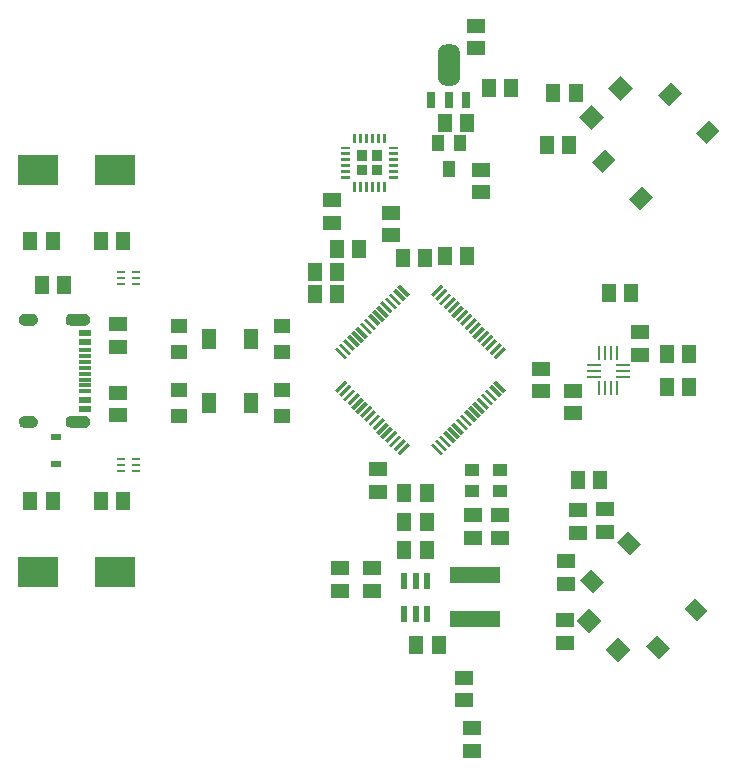
<source format=gbr>
G04 EAGLE Gerber RS-274X export*
G75*
%MOMM*%
%FSLAX34Y34*%
%LPD*%
%INSolderpaste Top*%
%IPPOS*%
%AMOC8*
5,1,8,0,0,1.08239X$1,22.5*%
G01*
%ADD10R,1.300000X1.500000*%
%ADD11R,1.500000X1.300000*%
%ADD12R,0.250000X1.250000*%
%ADD13R,1.250000X0.250000*%
%ADD14R,1.200000X1.800000*%
%ADD15R,1.400000X1.200000*%
%ADD16R,1.000000X0.300000*%
%ADD17R,1.000000X0.600000*%
%ADD18R,1.600000X1.300000*%
%ADD19R,1.300000X1.600000*%
%ADD20R,3.500000X2.500000*%
%ADD21R,0.550000X1.350000*%
%ADD22R,4.200000X1.400000*%
%ADD23R,1.000000X1.400000*%
%ADD24R,0.800000X1.400000*%
%ADD25R,1.500000X1.500000*%
%ADD26R,0.830000X0.630000*%
%ADD27R,1.200000X1.100000*%
%ADD28R,1.300000X1.550000*%
%ADD29R,1.193800X0.304800*%
%ADD30R,0.800000X0.270000*%

G36*
X377958Y641492D02*
X377958Y641492D01*
X378262Y641503D01*
X378317Y641512D01*
X378374Y641515D01*
X378674Y641565D01*
X378974Y641610D01*
X379029Y641625D01*
X379085Y641634D01*
X379378Y641718D01*
X379671Y641796D01*
X379723Y641816D01*
X379778Y641832D01*
X380059Y641947D01*
X380343Y642057D01*
X380393Y642083D01*
X380445Y642104D01*
X380712Y642250D01*
X380981Y642391D01*
X381028Y642423D01*
X381078Y642450D01*
X381327Y642624D01*
X381579Y642794D01*
X381622Y642830D01*
X381668Y642863D01*
X381897Y643063D01*
X382129Y643260D01*
X382167Y643301D01*
X382210Y643339D01*
X382414Y643563D01*
X382623Y643785D01*
X382657Y643830D01*
X382695Y643872D01*
X382873Y644118D01*
X383056Y644361D01*
X383085Y644409D01*
X383118Y644455D01*
X383268Y644719D01*
X383423Y644981D01*
X383446Y645033D01*
X383474Y645082D01*
X383594Y645361D01*
X383719Y645638D01*
X383736Y645692D01*
X383759Y645744D01*
X383847Y646035D01*
X383940Y646324D01*
X383952Y646380D01*
X383968Y646434D01*
X384024Y646732D01*
X384084Y647031D01*
X384088Y647078D01*
X384100Y647142D01*
X384152Y647861D01*
X384150Y647927D01*
X384153Y647974D01*
X384153Y669724D01*
X384136Y670028D01*
X384125Y670332D01*
X384116Y670387D01*
X384113Y670444D01*
X384063Y670744D01*
X384018Y671044D01*
X384003Y671099D01*
X383994Y671155D01*
X383910Y671448D01*
X383832Y671741D01*
X383812Y671793D01*
X383796Y671848D01*
X383681Y672129D01*
X383571Y672413D01*
X383545Y672463D01*
X383524Y672515D01*
X383378Y672782D01*
X383237Y673051D01*
X383205Y673098D01*
X383178Y673148D01*
X383004Y673397D01*
X382834Y673649D01*
X382798Y673692D01*
X382765Y673738D01*
X382565Y673967D01*
X382368Y674199D01*
X382327Y674237D01*
X382289Y674280D01*
X382065Y674484D01*
X381843Y674693D01*
X381798Y674727D01*
X381756Y674765D01*
X381511Y674943D01*
X381267Y675126D01*
X381219Y675155D01*
X381173Y675188D01*
X380909Y675338D01*
X380647Y675493D01*
X380595Y675516D01*
X380546Y675544D01*
X380267Y675664D01*
X379990Y675789D01*
X379936Y675806D01*
X379884Y675829D01*
X379593Y675917D01*
X379304Y676010D01*
X379248Y676022D01*
X379194Y676038D01*
X378896Y676094D01*
X378597Y676154D01*
X378550Y676158D01*
X378486Y676170D01*
X377767Y676222D01*
X377701Y676220D01*
X377654Y676223D01*
X372404Y676223D01*
X372100Y676206D01*
X371796Y676195D01*
X371741Y676186D01*
X371684Y676183D01*
X371384Y676133D01*
X371084Y676088D01*
X371029Y676073D01*
X370974Y676064D01*
X370680Y675980D01*
X370387Y675902D01*
X370335Y675882D01*
X370280Y675866D01*
X369999Y675751D01*
X369715Y675641D01*
X369665Y675615D01*
X369613Y675594D01*
X369346Y675448D01*
X369077Y675307D01*
X369030Y675275D01*
X368980Y675248D01*
X368731Y675074D01*
X368479Y674904D01*
X368436Y674868D01*
X368390Y674835D01*
X368161Y674635D01*
X367929Y674438D01*
X367891Y674397D01*
X367848Y674359D01*
X367644Y674135D01*
X367435Y673913D01*
X367401Y673868D01*
X367363Y673826D01*
X367185Y673581D01*
X367002Y673337D01*
X366973Y673289D01*
X366940Y673243D01*
X366790Y672979D01*
X366635Y672717D01*
X366612Y672665D01*
X366584Y672616D01*
X366464Y672337D01*
X366339Y672060D01*
X366322Y672006D01*
X366299Y671954D01*
X366211Y671663D01*
X366118Y671374D01*
X366106Y671318D01*
X366090Y671264D01*
X366034Y670966D01*
X365974Y670667D01*
X365970Y670620D01*
X365958Y670556D01*
X365906Y669837D01*
X365908Y669771D01*
X365905Y669724D01*
X365905Y647974D01*
X365922Y647670D01*
X365933Y647366D01*
X365942Y647311D01*
X365945Y647254D01*
X365995Y646954D01*
X366040Y646654D01*
X366055Y646599D01*
X366064Y646544D01*
X366148Y646250D01*
X366226Y645957D01*
X366246Y645905D01*
X366262Y645850D01*
X366377Y645569D01*
X366487Y645285D01*
X366513Y645235D01*
X366534Y645183D01*
X366680Y644916D01*
X366821Y644647D01*
X366853Y644600D01*
X366880Y644550D01*
X367054Y644301D01*
X367224Y644049D01*
X367260Y644006D01*
X367293Y643960D01*
X367493Y643731D01*
X367690Y643499D01*
X367731Y643461D01*
X367769Y643418D01*
X367993Y643214D01*
X368215Y643005D01*
X368260Y642971D01*
X368302Y642933D01*
X368548Y642755D01*
X368791Y642572D01*
X368839Y642543D01*
X368885Y642510D01*
X369149Y642360D01*
X369411Y642205D01*
X369463Y642182D01*
X369512Y642154D01*
X369791Y642034D01*
X370068Y641909D01*
X370122Y641892D01*
X370174Y641869D01*
X370465Y641781D01*
X370754Y641688D01*
X370810Y641676D01*
X370864Y641660D01*
X371162Y641604D01*
X371461Y641544D01*
X371508Y641540D01*
X371572Y641528D01*
X372291Y641476D01*
X372357Y641478D01*
X372404Y641475D01*
X377654Y641475D01*
X377958Y641492D01*
G37*
G36*
X66805Y351754D02*
X66805Y351754D01*
X66808Y351751D01*
X67903Y351931D01*
X67909Y351937D01*
X67914Y351934D01*
X68942Y352353D01*
X68946Y352360D01*
X68951Y352358D01*
X69860Y352996D01*
X69863Y353003D01*
X69868Y353003D01*
X70612Y353826D01*
X70613Y353834D01*
X70619Y353835D01*
X71161Y354803D01*
X71160Y354812D01*
X71166Y354814D01*
X71479Y355878D01*
X71476Y355886D01*
X71481Y355889D01*
X71549Y356997D01*
X71545Y357004D01*
X71549Y357007D01*
X71379Y358115D01*
X71373Y358121D01*
X71376Y358126D01*
X70964Y359168D01*
X70957Y359172D01*
X70959Y359177D01*
X70325Y360102D01*
X70317Y360104D01*
X70318Y360110D01*
X69495Y360870D01*
X69486Y360871D01*
X69486Y360877D01*
X68514Y361434D01*
X68506Y361433D01*
X68504Y361439D01*
X67432Y361766D01*
X67424Y361763D01*
X67421Y361768D01*
X66304Y361849D01*
X66301Y361848D01*
X66300Y361849D01*
X54300Y361849D01*
X54297Y361847D01*
X54290Y361847D01*
X54289Y361848D01*
X53345Y361629D01*
X53339Y361623D01*
X53334Y361625D01*
X52462Y361202D01*
X52459Y361194D01*
X52453Y361196D01*
X51697Y360589D01*
X51695Y360581D01*
X51689Y360581D01*
X51088Y359821D01*
X51088Y359812D01*
X51082Y359811D01*
X50664Y358936D01*
X50666Y358928D01*
X50661Y358926D01*
X50449Y357980D01*
X50452Y357973D01*
X50447Y357969D01*
X50451Y357000D01*
X50451Y356999D01*
X50470Y355931D01*
X50475Y355924D01*
X50471Y355920D01*
X50727Y354883D01*
X50734Y354878D01*
X50731Y354872D01*
X51212Y353918D01*
X51219Y353915D01*
X51218Y353909D01*
X51899Y353086D01*
X51907Y353084D01*
X51907Y353078D01*
X52754Y352427D01*
X52762Y352427D01*
X52763Y352421D01*
X53734Y351974D01*
X53742Y351976D01*
X53744Y351971D01*
X54790Y351752D01*
X54797Y351755D01*
X54800Y351751D01*
X66800Y351751D01*
X66805Y351754D01*
G37*
G36*
X66805Y438155D02*
X66805Y438155D01*
X66808Y438151D01*
X67914Y438344D01*
X67919Y438349D01*
X67919Y438350D01*
X67924Y438347D01*
X68959Y438780D01*
X68963Y438787D01*
X68968Y438785D01*
X69881Y439438D01*
X69883Y439446D01*
X69889Y439445D01*
X70633Y440284D01*
X70634Y440293D01*
X70639Y440293D01*
X71178Y441277D01*
X71177Y441285D01*
X71178Y441286D01*
X71182Y441287D01*
X71183Y441289D01*
X71365Y441930D01*
X71489Y442366D01*
X71487Y442371D01*
X71489Y442373D01*
X71487Y442375D01*
X71491Y442377D01*
X71549Y443497D01*
X71546Y443502D01*
X71549Y443506D01*
X71431Y444551D01*
X71425Y444557D01*
X71429Y444562D01*
X71081Y445556D01*
X71074Y445560D01*
X71076Y445565D01*
X70516Y446457D01*
X70509Y446460D01*
X70509Y446465D01*
X69765Y447209D01*
X69757Y447211D01*
X69757Y447216D01*
X68865Y447776D01*
X68857Y447776D01*
X68856Y447781D01*
X67862Y448129D01*
X67854Y448126D01*
X67851Y448131D01*
X66806Y448249D01*
X66802Y448247D01*
X66800Y448249D01*
X54800Y448249D01*
X54797Y448247D01*
X54794Y448247D01*
X54792Y448249D01*
X53796Y448091D01*
X53790Y448085D01*
X53785Y448088D01*
X52849Y447713D01*
X52845Y447706D01*
X52839Y447708D01*
X52010Y447134D01*
X52007Y447126D01*
X52002Y447127D01*
X51321Y446383D01*
X51320Y446374D01*
X51314Y446374D01*
X50816Y445497D01*
X50817Y445489D01*
X50812Y445486D01*
X50624Y444862D01*
X50521Y444521D01*
X50522Y444518D01*
X50521Y444517D01*
X50524Y444513D01*
X50519Y444510D01*
X50451Y443503D01*
X50452Y443501D01*
X50451Y443500D01*
X50460Y442419D01*
X50465Y442412D01*
X50461Y442408D01*
X50711Y441356D01*
X50717Y441351D01*
X50714Y441346D01*
X51191Y440376D01*
X51199Y440373D01*
X51197Y440367D01*
X51878Y439528D01*
X51886Y439526D01*
X51886Y439520D01*
X52737Y438854D01*
X52745Y438853D01*
X52746Y438848D01*
X53723Y438387D01*
X53731Y438389D01*
X53734Y438384D01*
X54789Y438152D01*
X54797Y438155D01*
X54800Y438151D01*
X66800Y438151D01*
X66805Y438155D01*
G37*
G36*
X22004Y351754D02*
X22004Y351754D01*
X22006Y351751D01*
X23139Y351901D01*
X23145Y351907D01*
X23150Y351904D01*
X24220Y352302D01*
X24224Y352309D01*
X24230Y352307D01*
X25185Y352934D01*
X25188Y352942D01*
X25193Y352941D01*
X25985Y353764D01*
X25986Y353772D01*
X25992Y353773D01*
X26581Y354752D01*
X26580Y354760D01*
X26585Y354762D01*
X26941Y355847D01*
X26939Y355855D01*
X26943Y355858D01*
X27049Y356995D01*
X27044Y357004D01*
X27048Y357009D01*
X26841Y358146D01*
X26835Y358152D01*
X26838Y358157D01*
X26383Y359219D01*
X26376Y359223D01*
X26378Y359229D01*
X25698Y360164D01*
X25690Y360166D01*
X25691Y360172D01*
X24820Y360932D01*
X24812Y360932D01*
X24811Y360938D01*
X23792Y361485D01*
X23784Y361484D01*
X23782Y361489D01*
X22668Y361796D01*
X22660Y361793D01*
X22657Y361798D01*
X21502Y361849D01*
X21501Y361848D01*
X21500Y361849D01*
X15500Y361849D01*
X15497Y361847D01*
X15492Y361847D01*
X15491Y361848D01*
X14410Y361636D01*
X14405Y361630D01*
X14400Y361633D01*
X13394Y361186D01*
X13390Y361179D01*
X13384Y361181D01*
X12503Y360521D01*
X12500Y360513D01*
X12495Y360513D01*
X11782Y359674D01*
X11782Y359666D01*
X11776Y359665D01*
X11268Y358688D01*
X11269Y358680D01*
X11264Y358678D01*
X10986Y357613D01*
X10989Y357605D01*
X10985Y357602D01*
X10951Y356502D01*
X10955Y356496D01*
X10951Y356493D01*
X11106Y355418D01*
X11112Y355412D01*
X11109Y355407D01*
X11499Y354393D01*
X11506Y354389D01*
X11505Y354383D01*
X12111Y353481D01*
X12119Y353479D01*
X12118Y353473D01*
X12910Y352729D01*
X12918Y352728D01*
X12918Y352722D01*
X13856Y352173D01*
X13864Y352174D01*
X13866Y352168D01*
X14902Y351841D01*
X14910Y351844D01*
X14913Y351839D01*
X15996Y351751D01*
X15999Y351753D01*
X16000Y351751D01*
X22000Y351751D01*
X22004Y351754D01*
G37*
G36*
X22003Y438153D02*
X22003Y438153D01*
X22005Y438151D01*
X23097Y438252D01*
X23103Y438257D01*
X23108Y438254D01*
X24151Y438595D01*
X24156Y438602D01*
X24161Y438600D01*
X25102Y439164D01*
X25105Y439172D01*
X25111Y439171D01*
X25903Y439931D01*
X25904Y439939D01*
X25910Y439940D01*
X26513Y440857D01*
X26512Y440865D01*
X26518Y440867D01*
X26901Y441895D01*
X26899Y441903D01*
X26904Y441906D01*
X27049Y442994D01*
X27045Y443001D01*
X27049Y443005D01*
X26943Y444142D01*
X26938Y444148D01*
X26941Y444153D01*
X26585Y445238D01*
X26578Y445243D01*
X26581Y445248D01*
X25992Y446227D01*
X25984Y446230D01*
X25985Y446236D01*
X25193Y447059D01*
X25185Y447060D01*
X25185Y447066D01*
X24230Y447693D01*
X24222Y447692D01*
X24220Y447698D01*
X23150Y448096D01*
X23142Y448094D01*
X23139Y448099D01*
X22006Y448249D01*
X22003Y448247D01*
X22002Y448247D01*
X22000Y448249D01*
X16000Y448249D01*
X15997Y448247D01*
X15995Y448247D01*
X15994Y448249D01*
X14861Y448099D01*
X14855Y448093D01*
X14850Y448096D01*
X13780Y447698D01*
X13776Y447691D01*
X13770Y447693D01*
X12815Y447066D01*
X12812Y447058D01*
X12807Y447059D01*
X12015Y446236D01*
X12014Y446228D01*
X12008Y446227D01*
X11419Y445248D01*
X11420Y445240D01*
X11415Y445238D01*
X11059Y444153D01*
X11062Y444145D01*
X11057Y444142D01*
X10951Y443005D01*
X10955Y442998D01*
X10951Y442994D01*
X11096Y441906D01*
X11102Y441900D01*
X11099Y441895D01*
X11483Y440867D01*
X11489Y440862D01*
X11488Y440857D01*
X12090Y439940D01*
X12098Y439937D01*
X12097Y439931D01*
X12889Y439171D01*
X12897Y439170D01*
X12898Y439164D01*
X13839Y438600D01*
X13847Y438601D01*
X13849Y438595D01*
X14892Y438254D01*
X14900Y438256D01*
X14903Y438252D01*
X15996Y438151D01*
X15998Y438153D01*
X16000Y438151D01*
X22000Y438151D01*
X22003Y438153D01*
G37*
G36*
X305413Y565449D02*
X305413Y565449D01*
X305479Y565451D01*
X305522Y565469D01*
X305569Y565477D01*
X305626Y565511D01*
X305686Y565536D01*
X305721Y565567D01*
X305762Y565592D01*
X305804Y565643D01*
X305852Y565687D01*
X305874Y565729D01*
X305903Y565766D01*
X305924Y565828D01*
X305955Y565887D01*
X305963Y565941D01*
X305975Y565978D01*
X305974Y566018D01*
X305982Y566072D01*
X305982Y573572D01*
X305971Y573637D01*
X305969Y573703D01*
X305951Y573746D01*
X305943Y573793D01*
X305909Y573850D01*
X305884Y573910D01*
X305853Y573945D01*
X305828Y573986D01*
X305777Y574028D01*
X305733Y574076D01*
X305691Y574098D01*
X305654Y574127D01*
X305592Y574148D01*
X305533Y574179D01*
X305479Y574187D01*
X305442Y574199D01*
X305402Y574198D01*
X305348Y574206D01*
X297848Y574206D01*
X297783Y574195D01*
X297717Y574193D01*
X297674Y574175D01*
X297627Y574167D01*
X297570Y574133D01*
X297510Y574108D01*
X297475Y574077D01*
X297434Y574052D01*
X297393Y574001D01*
X297344Y573957D01*
X297322Y573915D01*
X297293Y573878D01*
X297272Y573816D01*
X297241Y573757D01*
X297233Y573703D01*
X297221Y573666D01*
X297222Y573626D01*
X297214Y573572D01*
X297214Y566072D01*
X297225Y566007D01*
X297227Y565941D01*
X297245Y565898D01*
X297253Y565851D01*
X297287Y565794D01*
X297312Y565734D01*
X297343Y565699D01*
X297368Y565658D01*
X297419Y565617D01*
X297463Y565568D01*
X297505Y565546D01*
X297542Y565517D01*
X297604Y565496D01*
X297663Y565465D01*
X297717Y565457D01*
X297754Y565445D01*
X297794Y565446D01*
X297848Y565438D01*
X305348Y565438D01*
X305413Y565449D01*
G37*
G36*
X317913Y565449D02*
X317913Y565449D01*
X317979Y565451D01*
X318022Y565469D01*
X318069Y565477D01*
X318126Y565511D01*
X318186Y565536D01*
X318221Y565567D01*
X318262Y565592D01*
X318304Y565643D01*
X318352Y565687D01*
X318374Y565729D01*
X318403Y565766D01*
X318424Y565828D01*
X318455Y565887D01*
X318463Y565941D01*
X318475Y565978D01*
X318474Y566018D01*
X318482Y566072D01*
X318482Y573572D01*
X318471Y573637D01*
X318469Y573703D01*
X318451Y573746D01*
X318443Y573793D01*
X318409Y573850D01*
X318384Y573910D01*
X318353Y573945D01*
X318328Y573986D01*
X318277Y574028D01*
X318233Y574076D01*
X318191Y574098D01*
X318154Y574127D01*
X318092Y574148D01*
X318033Y574179D01*
X317979Y574187D01*
X317942Y574199D01*
X317902Y574198D01*
X317848Y574206D01*
X310348Y574206D01*
X310283Y574195D01*
X310217Y574193D01*
X310174Y574175D01*
X310127Y574167D01*
X310070Y574133D01*
X310010Y574108D01*
X309975Y574077D01*
X309934Y574052D01*
X309893Y574001D01*
X309844Y573957D01*
X309822Y573915D01*
X309793Y573878D01*
X309772Y573816D01*
X309741Y573757D01*
X309733Y573703D01*
X309721Y573666D01*
X309722Y573626D01*
X309714Y573572D01*
X309714Y566072D01*
X309725Y566007D01*
X309727Y565941D01*
X309745Y565898D01*
X309753Y565851D01*
X309787Y565794D01*
X309812Y565734D01*
X309843Y565699D01*
X309868Y565658D01*
X309919Y565617D01*
X309963Y565568D01*
X310005Y565546D01*
X310042Y565517D01*
X310104Y565496D01*
X310163Y565465D01*
X310217Y565457D01*
X310254Y565445D01*
X310294Y565446D01*
X310348Y565438D01*
X317848Y565438D01*
X317913Y565449D01*
G37*
G36*
X317913Y577949D02*
X317913Y577949D01*
X317979Y577951D01*
X318022Y577969D01*
X318069Y577977D01*
X318126Y578011D01*
X318186Y578036D01*
X318221Y578067D01*
X318262Y578092D01*
X318304Y578143D01*
X318352Y578187D01*
X318374Y578229D01*
X318403Y578266D01*
X318424Y578328D01*
X318455Y578387D01*
X318463Y578441D01*
X318475Y578478D01*
X318474Y578518D01*
X318482Y578572D01*
X318482Y586072D01*
X318471Y586137D01*
X318469Y586203D01*
X318451Y586246D01*
X318443Y586293D01*
X318409Y586350D01*
X318384Y586410D01*
X318353Y586445D01*
X318328Y586486D01*
X318277Y586528D01*
X318233Y586576D01*
X318191Y586598D01*
X318154Y586627D01*
X318092Y586648D01*
X318033Y586679D01*
X317979Y586687D01*
X317942Y586699D01*
X317902Y586698D01*
X317848Y586706D01*
X310348Y586706D01*
X310283Y586695D01*
X310217Y586693D01*
X310174Y586675D01*
X310127Y586667D01*
X310070Y586633D01*
X310010Y586608D01*
X309975Y586577D01*
X309934Y586552D01*
X309893Y586501D01*
X309844Y586457D01*
X309822Y586415D01*
X309793Y586378D01*
X309772Y586316D01*
X309741Y586257D01*
X309733Y586203D01*
X309721Y586166D01*
X309722Y586126D01*
X309714Y586072D01*
X309714Y578572D01*
X309725Y578507D01*
X309727Y578441D01*
X309745Y578398D01*
X309753Y578351D01*
X309787Y578294D01*
X309812Y578234D01*
X309843Y578199D01*
X309868Y578158D01*
X309919Y578117D01*
X309963Y578068D01*
X310005Y578046D01*
X310042Y578017D01*
X310104Y577996D01*
X310163Y577965D01*
X310217Y577957D01*
X310254Y577945D01*
X310294Y577946D01*
X310348Y577938D01*
X317848Y577938D01*
X317913Y577949D01*
G37*
G36*
X305413Y577949D02*
X305413Y577949D01*
X305479Y577951D01*
X305522Y577969D01*
X305569Y577977D01*
X305626Y578011D01*
X305686Y578036D01*
X305721Y578067D01*
X305762Y578092D01*
X305804Y578143D01*
X305852Y578187D01*
X305874Y578229D01*
X305903Y578266D01*
X305924Y578328D01*
X305955Y578387D01*
X305963Y578441D01*
X305975Y578478D01*
X305974Y578518D01*
X305982Y578572D01*
X305982Y586072D01*
X305971Y586137D01*
X305969Y586203D01*
X305951Y586246D01*
X305943Y586293D01*
X305909Y586350D01*
X305884Y586410D01*
X305853Y586445D01*
X305828Y586486D01*
X305777Y586528D01*
X305733Y586576D01*
X305691Y586598D01*
X305654Y586627D01*
X305592Y586648D01*
X305533Y586679D01*
X305479Y586687D01*
X305442Y586699D01*
X305402Y586698D01*
X305348Y586706D01*
X297848Y586706D01*
X297783Y586695D01*
X297717Y586693D01*
X297674Y586675D01*
X297627Y586667D01*
X297570Y586633D01*
X297510Y586608D01*
X297475Y586577D01*
X297434Y586552D01*
X297393Y586501D01*
X297344Y586457D01*
X297322Y586415D01*
X297293Y586378D01*
X297272Y586316D01*
X297241Y586257D01*
X297233Y586203D01*
X297221Y586166D01*
X297222Y586126D01*
X297214Y586072D01*
X297214Y578572D01*
X297225Y578507D01*
X297227Y578441D01*
X297245Y578398D01*
X297253Y578351D01*
X297287Y578294D01*
X297312Y578234D01*
X297343Y578199D01*
X297368Y578158D01*
X297419Y578117D01*
X297463Y578068D01*
X297505Y578046D01*
X297542Y578017D01*
X297604Y577996D01*
X297663Y577965D01*
X297717Y577957D01*
X297754Y577945D01*
X297794Y577946D01*
X297848Y577938D01*
X305348Y577938D01*
X305413Y577949D01*
G37*
G36*
X332295Y587359D02*
X332295Y587359D01*
X332290Y587366D01*
X332297Y587372D01*
X332297Y589772D01*
X332261Y589819D01*
X332254Y589814D01*
X332248Y589821D01*
X324448Y589821D01*
X324401Y589785D01*
X324406Y589778D01*
X324399Y589772D01*
X324399Y587372D01*
X324435Y587325D01*
X324442Y587330D01*
X324448Y587323D01*
X332248Y587323D01*
X332295Y587359D01*
G37*
G36*
X291295Y587359D02*
X291295Y587359D01*
X291290Y587366D01*
X291297Y587372D01*
X291297Y589772D01*
X291261Y589819D01*
X291254Y589814D01*
X291248Y589821D01*
X283448Y589821D01*
X283401Y589785D01*
X283406Y589778D01*
X283399Y589772D01*
X283399Y587372D01*
X283435Y587325D01*
X283442Y587330D01*
X283448Y587323D01*
X291248Y587323D01*
X291295Y587359D01*
G37*
G36*
X332295Y582359D02*
X332295Y582359D01*
X332290Y582366D01*
X332297Y582372D01*
X332297Y584772D01*
X332261Y584819D01*
X332254Y584814D01*
X332248Y584821D01*
X324448Y584821D01*
X324401Y584785D01*
X324406Y584778D01*
X324399Y584772D01*
X324399Y582372D01*
X324435Y582325D01*
X324442Y582330D01*
X324448Y582323D01*
X332248Y582323D01*
X332295Y582359D01*
G37*
G36*
X291295Y582359D02*
X291295Y582359D01*
X291290Y582366D01*
X291297Y582372D01*
X291297Y584772D01*
X291261Y584819D01*
X291254Y584814D01*
X291248Y584821D01*
X283448Y584821D01*
X283401Y584785D01*
X283406Y584778D01*
X283399Y584772D01*
X283399Y582372D01*
X283435Y582325D01*
X283442Y582330D01*
X283448Y582323D01*
X291248Y582323D01*
X291295Y582359D01*
G37*
G36*
X332295Y577359D02*
X332295Y577359D01*
X332290Y577366D01*
X332297Y577372D01*
X332297Y579772D01*
X332261Y579819D01*
X332254Y579814D01*
X332248Y579821D01*
X324448Y579821D01*
X324401Y579785D01*
X324406Y579778D01*
X324399Y579772D01*
X324399Y577372D01*
X324435Y577325D01*
X324442Y577330D01*
X324448Y577323D01*
X332248Y577323D01*
X332295Y577359D01*
G37*
G36*
X291295Y577359D02*
X291295Y577359D01*
X291290Y577366D01*
X291297Y577372D01*
X291297Y579772D01*
X291261Y579819D01*
X291254Y579814D01*
X291248Y579821D01*
X283448Y579821D01*
X283401Y579785D01*
X283406Y579778D01*
X283399Y579772D01*
X283399Y577372D01*
X283435Y577325D01*
X283442Y577330D01*
X283448Y577323D01*
X291248Y577323D01*
X291295Y577359D01*
G37*
G36*
X291295Y572359D02*
X291295Y572359D01*
X291290Y572366D01*
X291297Y572372D01*
X291297Y574772D01*
X291261Y574819D01*
X291254Y574814D01*
X291248Y574821D01*
X283448Y574821D01*
X283401Y574785D01*
X283406Y574778D01*
X283399Y574772D01*
X283399Y572372D01*
X283435Y572325D01*
X283442Y572330D01*
X283448Y572323D01*
X291248Y572323D01*
X291295Y572359D01*
G37*
G36*
X306595Y592659D02*
X306595Y592659D01*
X306590Y592666D01*
X306597Y592672D01*
X306597Y600472D01*
X306561Y600519D01*
X306554Y600514D01*
X306548Y600521D01*
X304148Y600521D01*
X304101Y600485D01*
X304106Y600478D01*
X304099Y600472D01*
X304099Y592672D01*
X304135Y592625D01*
X304142Y592630D01*
X304148Y592623D01*
X306548Y592623D01*
X306595Y592659D01*
G37*
G36*
X301595Y592659D02*
X301595Y592659D01*
X301590Y592666D01*
X301597Y592672D01*
X301597Y600472D01*
X301561Y600519D01*
X301554Y600514D01*
X301548Y600521D01*
X299148Y600521D01*
X299101Y600485D01*
X299106Y600478D01*
X299099Y600472D01*
X299099Y592672D01*
X299135Y592625D01*
X299142Y592630D01*
X299148Y592623D01*
X301548Y592623D01*
X301595Y592659D01*
G37*
G36*
X296595Y592659D02*
X296595Y592659D01*
X296590Y592666D01*
X296597Y592672D01*
X296597Y600472D01*
X296561Y600519D01*
X296554Y600514D01*
X296548Y600521D01*
X294148Y600521D01*
X294101Y600485D01*
X294106Y600478D01*
X294099Y600472D01*
X294099Y592672D01*
X294135Y592625D01*
X294142Y592630D01*
X294148Y592623D01*
X296548Y592623D01*
X296595Y592659D01*
G37*
G36*
X332295Y567359D02*
X332295Y567359D01*
X332290Y567366D01*
X332297Y567372D01*
X332297Y569772D01*
X332261Y569819D01*
X332254Y569814D01*
X332248Y569821D01*
X324448Y569821D01*
X324401Y569785D01*
X324406Y569778D01*
X324399Y569772D01*
X324399Y567372D01*
X324435Y567325D01*
X324442Y567330D01*
X324448Y567323D01*
X332248Y567323D01*
X332295Y567359D01*
G37*
G36*
X291295Y567359D02*
X291295Y567359D01*
X291290Y567366D01*
X291297Y567372D01*
X291297Y569772D01*
X291261Y569819D01*
X291254Y569814D01*
X291248Y569821D01*
X283448Y569821D01*
X283401Y569785D01*
X283406Y569778D01*
X283399Y569772D01*
X283399Y567372D01*
X283435Y567325D01*
X283442Y567330D01*
X283448Y567323D01*
X291248Y567323D01*
X291295Y567359D01*
G37*
G36*
X291295Y562359D02*
X291295Y562359D01*
X291290Y562366D01*
X291297Y562372D01*
X291297Y564772D01*
X291261Y564819D01*
X291254Y564814D01*
X291248Y564821D01*
X283448Y564821D01*
X283401Y564785D01*
X283406Y564778D01*
X283399Y564772D01*
X283399Y562372D01*
X283435Y562325D01*
X283442Y562330D01*
X283448Y562323D01*
X291248Y562323D01*
X291295Y562359D01*
G37*
G36*
X332295Y562359D02*
X332295Y562359D01*
X332290Y562366D01*
X332297Y562372D01*
X332297Y564772D01*
X332261Y564819D01*
X332254Y564814D01*
X332248Y564821D01*
X324448Y564821D01*
X324401Y564785D01*
X324406Y564778D01*
X324399Y564772D01*
X324399Y562372D01*
X324435Y562325D01*
X324442Y562330D01*
X324448Y562323D01*
X332248Y562323D01*
X332295Y562359D01*
G37*
G36*
X316595Y551659D02*
X316595Y551659D01*
X316590Y551666D01*
X316597Y551672D01*
X316597Y559472D01*
X316561Y559519D01*
X316554Y559514D01*
X316548Y559521D01*
X314148Y559521D01*
X314101Y559485D01*
X314106Y559478D01*
X314099Y559472D01*
X314099Y551672D01*
X314135Y551625D01*
X314142Y551630D01*
X314148Y551623D01*
X316548Y551623D01*
X316595Y551659D01*
G37*
G36*
X301595Y551659D02*
X301595Y551659D01*
X301590Y551666D01*
X301597Y551672D01*
X301597Y559472D01*
X301561Y559519D01*
X301554Y559514D01*
X301548Y559521D01*
X299148Y559521D01*
X299101Y559485D01*
X299106Y559478D01*
X299099Y559472D01*
X299099Y551672D01*
X299135Y551625D01*
X299142Y551630D01*
X299148Y551623D01*
X301548Y551623D01*
X301595Y551659D01*
G37*
G36*
X296595Y551659D02*
X296595Y551659D01*
X296590Y551666D01*
X296597Y551672D01*
X296597Y559472D01*
X296561Y559519D01*
X296554Y559514D01*
X296548Y559521D01*
X294148Y559521D01*
X294101Y559485D01*
X294106Y559478D01*
X294099Y559472D01*
X294099Y551672D01*
X294135Y551625D01*
X294142Y551630D01*
X294148Y551623D01*
X296548Y551623D01*
X296595Y551659D01*
G37*
G36*
X311595Y551659D02*
X311595Y551659D01*
X311590Y551666D01*
X311597Y551672D01*
X311597Y559472D01*
X311561Y559519D01*
X311554Y559514D01*
X311548Y559521D01*
X309148Y559521D01*
X309101Y559485D01*
X309106Y559478D01*
X309099Y559472D01*
X309099Y551672D01*
X309135Y551625D01*
X309142Y551630D01*
X309148Y551623D01*
X311548Y551623D01*
X311595Y551659D01*
G37*
G36*
X306595Y551659D02*
X306595Y551659D01*
X306590Y551666D01*
X306597Y551672D01*
X306597Y559472D01*
X306561Y559519D01*
X306554Y559514D01*
X306548Y559521D01*
X304148Y559521D01*
X304101Y559485D01*
X304106Y559478D01*
X304099Y559472D01*
X304099Y551672D01*
X304135Y551625D01*
X304142Y551630D01*
X304148Y551623D01*
X306548Y551623D01*
X306595Y551659D01*
G37*
G36*
X321595Y551659D02*
X321595Y551659D01*
X321590Y551666D01*
X321597Y551672D01*
X321597Y559472D01*
X321561Y559519D01*
X321554Y559514D01*
X321548Y559521D01*
X319148Y559521D01*
X319101Y559485D01*
X319106Y559478D01*
X319099Y559472D01*
X319099Y551672D01*
X319135Y551625D01*
X319142Y551630D01*
X319148Y551623D01*
X321548Y551623D01*
X321595Y551659D01*
G37*
G36*
X321595Y592659D02*
X321595Y592659D01*
X321590Y592666D01*
X321597Y592672D01*
X321597Y600472D01*
X321561Y600519D01*
X321554Y600514D01*
X321548Y600521D01*
X319148Y600521D01*
X319101Y600485D01*
X319106Y600478D01*
X319099Y600472D01*
X319099Y592672D01*
X319135Y592625D01*
X319142Y592630D01*
X319148Y592623D01*
X321548Y592623D01*
X321595Y592659D01*
G37*
G36*
X311595Y592659D02*
X311595Y592659D01*
X311590Y592666D01*
X311597Y592672D01*
X311597Y600472D01*
X311561Y600519D01*
X311554Y600514D01*
X311548Y600521D01*
X309148Y600521D01*
X309101Y600485D01*
X309106Y600478D01*
X309099Y600472D01*
X309099Y592672D01*
X309135Y592625D01*
X309142Y592630D01*
X309148Y592623D01*
X311548Y592623D01*
X311595Y592659D01*
G37*
G36*
X316595Y592659D02*
X316595Y592659D01*
X316590Y592666D01*
X316597Y592672D01*
X316597Y600472D01*
X316561Y600519D01*
X316554Y600514D01*
X316548Y600521D01*
X314148Y600521D01*
X314101Y600485D01*
X314106Y600478D01*
X314099Y600472D01*
X314099Y592672D01*
X314135Y592625D01*
X314142Y592630D01*
X314148Y592623D01*
X316548Y592623D01*
X316595Y592659D01*
G37*
G36*
X332295Y572359D02*
X332295Y572359D01*
X332290Y572366D01*
X332297Y572372D01*
X332297Y574772D01*
X332261Y574819D01*
X332254Y574814D01*
X332248Y574821D01*
X324448Y574821D01*
X324401Y574785D01*
X324406Y574778D01*
X324399Y574772D01*
X324399Y572372D01*
X324435Y572325D01*
X324442Y572330D01*
X324448Y572323D01*
X332248Y572323D01*
X332295Y572359D01*
G37*
D10*
X336116Y495240D03*
X355116Y495240D03*
X477036Y591272D03*
X458036Y591272D03*
D11*
X484192Y281964D03*
X484192Y262964D03*
D10*
X99500Y510000D03*
X80500Y510000D03*
X39500Y510000D03*
X20500Y510000D03*
X99500Y290000D03*
X80500Y290000D03*
X39500Y290000D03*
X20500Y290000D03*
D12*
X502500Y385000D03*
X507500Y385000D03*
X512500Y385000D03*
X517500Y385000D03*
D13*
X522500Y395000D03*
X522500Y400000D03*
X522500Y405000D03*
D12*
X517500Y415000D03*
X512500Y415000D03*
X507500Y415000D03*
X502500Y415000D03*
D13*
X497500Y405000D03*
X497500Y400000D03*
X497500Y395000D03*
D14*
X207856Y426952D03*
D15*
X233856Y437952D03*
X233856Y415952D03*
D14*
X172144Y426952D03*
D15*
X146144Y415952D03*
X146144Y437952D03*
D14*
X207856Y373048D03*
D15*
X233856Y384048D03*
X233856Y362048D03*
D14*
X172144Y373048D03*
D15*
X146144Y362048D03*
X146144Y384048D03*
D16*
X66600Y392500D03*
X66600Y397500D03*
D17*
X66600Y367750D03*
X66600Y375500D03*
D16*
X66600Y382500D03*
X66600Y387500D03*
X66600Y407500D03*
X66600Y402500D03*
D17*
X66600Y432250D03*
X66600Y424500D03*
D16*
X66600Y417500D03*
X66600Y412500D03*
D18*
X387808Y120980D03*
X387808Y139980D03*
D19*
X484148Y307888D03*
X503148Y307888D03*
X529500Y466096D03*
X510500Y466096D03*
X427748Y639368D03*
X408748Y639368D03*
D18*
X394280Y97204D03*
X394280Y78204D03*
D19*
X559644Y386096D03*
X578644Y386096D03*
X559644Y413904D03*
X578644Y413904D03*
D18*
X398096Y672956D03*
X398096Y691956D03*
D10*
X261524Y483336D03*
X280524Y483336D03*
X261524Y464568D03*
X280524Y464568D03*
D20*
X92500Y570000D03*
X27500Y570000D03*
X92500Y230000D03*
X27500Y230000D03*
D21*
X356452Y221895D03*
X346952Y221895D03*
X337452Y221895D03*
X337452Y194393D03*
X346952Y194393D03*
X356452Y194393D03*
D10*
X366452Y168144D03*
X347452Y168144D03*
D11*
X310000Y213884D03*
X310000Y232884D03*
X283048Y213884D03*
X283048Y232884D03*
D10*
X337452Y272048D03*
X356452Y272048D03*
X337260Y296592D03*
X356260Y296592D03*
X337452Y248144D03*
X356452Y248144D03*
D22*
X396952Y189644D03*
X396952Y226644D03*
D19*
X371500Y609600D03*
X390500Y609600D03*
D23*
X374904Y571168D03*
X365404Y593168D03*
X384404Y593168D03*
D24*
X359914Y629414D03*
X389894Y629414D03*
X374904Y629424D03*
D18*
X402336Y570332D03*
X402336Y551332D03*
X506888Y263836D03*
X506888Y282836D03*
D11*
X473840Y219828D03*
X473840Y238828D03*
D25*
G36*
X507864Y163722D02*
X518470Y174328D01*
X529076Y163722D01*
X518470Y153116D01*
X507864Y163722D01*
G37*
G36*
X483116Y188470D02*
X493722Y199076D01*
X504328Y188470D01*
X493722Y177864D01*
X483116Y188470D01*
G37*
G36*
X520662Y628720D02*
X510056Y639326D01*
X520662Y649932D01*
X531268Y639326D01*
X520662Y628720D01*
G37*
G36*
X495914Y603972D02*
X485308Y614578D01*
X495914Y625184D01*
X506520Y614578D01*
X495914Y603972D01*
G37*
D18*
X473544Y188788D03*
X473544Y169788D03*
D19*
X482340Y635088D03*
X463340Y635088D03*
D18*
X315216Y297724D03*
X315216Y316724D03*
D11*
X537176Y432460D03*
X537176Y413460D03*
D18*
X480000Y382836D03*
X480000Y363836D03*
X453320Y401604D03*
X453320Y382604D03*
X94488Y362356D03*
X94488Y381356D03*
X94488Y439268D03*
X94488Y420268D03*
D26*
X42672Y320732D03*
X42672Y343732D03*
D27*
X418318Y315902D03*
X394818Y315902D03*
X394818Y298402D03*
X418318Y298402D03*
D11*
X395624Y277724D03*
X395624Y258724D03*
X418192Y277724D03*
X418192Y258724D03*
D28*
G36*
X573941Y198685D02*
X583134Y207878D01*
X594093Y196919D01*
X584900Y187726D01*
X573941Y198685D01*
G37*
G36*
X517726Y254900D02*
X526919Y264093D01*
X537878Y253134D01*
X528685Y243941D01*
X517726Y254900D01*
G37*
G36*
X542122Y166866D02*
X551315Y176059D01*
X562274Y165100D01*
X553081Y155907D01*
X542122Y166866D01*
G37*
G36*
X485907Y223081D02*
X495100Y232274D01*
X506059Y221315D01*
X496866Y212122D01*
X485907Y223081D01*
G37*
G36*
X561315Y623941D02*
X552122Y633134D01*
X563081Y644093D01*
X572274Y634900D01*
X561315Y623941D01*
G37*
G36*
X505100Y567726D02*
X495907Y576919D01*
X506866Y587878D01*
X516059Y578685D01*
X505100Y567726D01*
G37*
G36*
X593134Y592122D02*
X583941Y601315D01*
X594900Y612274D01*
X604093Y603081D01*
X593134Y592122D01*
G37*
G36*
X536919Y535907D02*
X527726Y545100D01*
X538685Y556059D01*
X547878Y546866D01*
X536919Y535907D01*
G37*
D29*
G36*
X361711Y338883D02*
X370152Y330442D01*
X367997Y328287D01*
X359556Y336728D01*
X361711Y338883D01*
G37*
G36*
X365247Y342418D02*
X373688Y333977D01*
X371533Y331822D01*
X363092Y340263D01*
X365247Y342418D01*
G37*
G36*
X368782Y345954D02*
X377223Y337513D01*
X375068Y335358D01*
X366627Y343799D01*
X368782Y345954D01*
G37*
G36*
X372318Y349489D02*
X380759Y341048D01*
X378604Y338893D01*
X370163Y347334D01*
X372318Y349489D01*
G37*
G36*
X375853Y353025D02*
X384294Y344584D01*
X382139Y342429D01*
X373698Y350870D01*
X375853Y353025D01*
G37*
G36*
X379389Y356561D02*
X387830Y348120D01*
X385675Y345965D01*
X377234Y354406D01*
X379389Y356561D01*
G37*
G36*
X382924Y360096D02*
X391365Y351655D01*
X389210Y349500D01*
X380769Y357941D01*
X382924Y360096D01*
G37*
G36*
X386460Y363632D02*
X394901Y355191D01*
X392746Y353036D01*
X384305Y361477D01*
X386460Y363632D01*
G37*
G36*
X389995Y367167D02*
X398436Y358726D01*
X396281Y356571D01*
X387840Y365012D01*
X389995Y367167D01*
G37*
G36*
X393531Y370703D02*
X401972Y362262D01*
X399817Y360107D01*
X391376Y368548D01*
X393531Y370703D01*
G37*
G36*
X397066Y374238D02*
X405507Y365797D01*
X403352Y363642D01*
X394911Y372083D01*
X397066Y374238D01*
G37*
G36*
X400602Y377774D02*
X409043Y369333D01*
X406888Y367178D01*
X398447Y375619D01*
X400602Y377774D01*
G37*
G36*
X404138Y381309D02*
X412579Y372868D01*
X410424Y370713D01*
X401983Y379154D01*
X404138Y381309D01*
G37*
G36*
X407673Y384845D02*
X416114Y376404D01*
X413959Y374249D01*
X405518Y382690D01*
X407673Y384845D01*
G37*
G36*
X411209Y388380D02*
X419650Y379939D01*
X417495Y377784D01*
X409054Y386225D01*
X411209Y388380D01*
G37*
G36*
X414744Y391916D02*
X423185Y383475D01*
X421030Y381320D01*
X412589Y389761D01*
X414744Y391916D01*
G37*
G36*
X412589Y411759D02*
X421030Y420200D01*
X423185Y418045D01*
X414744Y409604D01*
X412589Y411759D01*
G37*
G36*
X409054Y415295D02*
X417495Y423736D01*
X419650Y421581D01*
X411209Y413140D01*
X409054Y415295D01*
G37*
G36*
X405518Y418830D02*
X413959Y427271D01*
X416114Y425116D01*
X407673Y416675D01*
X405518Y418830D01*
G37*
G36*
X401983Y422366D02*
X410424Y430807D01*
X412579Y428652D01*
X404138Y420211D01*
X401983Y422366D01*
G37*
G36*
X398447Y425901D02*
X406888Y434342D01*
X409043Y432187D01*
X400602Y423746D01*
X398447Y425901D01*
G37*
G36*
X394911Y429437D02*
X403352Y437878D01*
X405507Y435723D01*
X397066Y427282D01*
X394911Y429437D01*
G37*
G36*
X391376Y432972D02*
X399817Y441413D01*
X401972Y439258D01*
X393531Y430817D01*
X391376Y432972D01*
G37*
G36*
X387840Y436508D02*
X396281Y444949D01*
X398436Y442794D01*
X389995Y434353D01*
X387840Y436508D01*
G37*
G36*
X384305Y440043D02*
X392746Y448484D01*
X394901Y446329D01*
X386460Y437888D01*
X384305Y440043D01*
G37*
G36*
X380769Y443579D02*
X389210Y452020D01*
X391365Y449865D01*
X382924Y441424D01*
X380769Y443579D01*
G37*
G36*
X377234Y447114D02*
X385675Y455555D01*
X387830Y453400D01*
X379389Y444959D01*
X377234Y447114D01*
G37*
G36*
X373698Y450650D02*
X382139Y459091D01*
X384294Y456936D01*
X375853Y448495D01*
X373698Y450650D01*
G37*
G36*
X370163Y454186D02*
X378604Y462627D01*
X380759Y460472D01*
X372318Y452031D01*
X370163Y454186D01*
G37*
G36*
X366627Y457721D02*
X375068Y466162D01*
X377223Y464007D01*
X368782Y455566D01*
X366627Y457721D01*
G37*
G36*
X363092Y461257D02*
X371533Y469698D01*
X373688Y467543D01*
X365247Y459102D01*
X363092Y461257D01*
G37*
G36*
X359556Y464792D02*
X367997Y473233D01*
X370152Y471078D01*
X361711Y462637D01*
X359556Y464792D01*
G37*
G36*
X339713Y462637D02*
X331272Y471078D01*
X333427Y473233D01*
X341868Y464792D01*
X339713Y462637D01*
G37*
G36*
X336177Y459102D02*
X327736Y467543D01*
X329891Y469698D01*
X338332Y461257D01*
X336177Y459102D01*
G37*
G36*
X332642Y455566D02*
X324201Y464007D01*
X326356Y466162D01*
X334797Y457721D01*
X332642Y455566D01*
G37*
G36*
X329106Y452031D02*
X320665Y460472D01*
X322820Y462627D01*
X331261Y454186D01*
X329106Y452031D01*
G37*
G36*
X325571Y448495D02*
X317130Y456936D01*
X319285Y459091D01*
X327726Y450650D01*
X325571Y448495D01*
G37*
G36*
X322035Y444959D02*
X313594Y453400D01*
X315749Y455555D01*
X324190Y447114D01*
X322035Y444959D01*
G37*
G36*
X318500Y441424D02*
X310059Y449865D01*
X312214Y452020D01*
X320655Y443579D01*
X318500Y441424D01*
G37*
G36*
X314964Y437888D02*
X306523Y446329D01*
X308678Y448484D01*
X317119Y440043D01*
X314964Y437888D01*
G37*
G36*
X311429Y434353D02*
X302988Y442794D01*
X305143Y444949D01*
X313584Y436508D01*
X311429Y434353D01*
G37*
G36*
X307893Y430817D02*
X299452Y439258D01*
X301607Y441413D01*
X310048Y432972D01*
X307893Y430817D01*
G37*
G36*
X304358Y427282D02*
X295917Y435723D01*
X298072Y437878D01*
X306513Y429437D01*
X304358Y427282D01*
G37*
G36*
X300822Y423746D02*
X292381Y432187D01*
X294536Y434342D01*
X302977Y425901D01*
X300822Y423746D01*
G37*
G36*
X297286Y420211D02*
X288845Y428652D01*
X291000Y430807D01*
X299441Y422366D01*
X297286Y420211D01*
G37*
G36*
X293751Y416675D02*
X285310Y425116D01*
X287465Y427271D01*
X295906Y418830D01*
X293751Y416675D01*
G37*
G36*
X290215Y413140D02*
X281774Y421581D01*
X283929Y423736D01*
X292370Y415295D01*
X290215Y413140D01*
G37*
G36*
X286680Y409604D02*
X278239Y418045D01*
X280394Y420200D01*
X288835Y411759D01*
X286680Y409604D01*
G37*
G36*
X288835Y389761D02*
X280394Y381320D01*
X278239Y383475D01*
X286680Y391916D01*
X288835Y389761D01*
G37*
G36*
X292370Y386225D02*
X283929Y377784D01*
X281774Y379939D01*
X290215Y388380D01*
X292370Y386225D01*
G37*
G36*
X295906Y382690D02*
X287465Y374249D01*
X285310Y376404D01*
X293751Y384845D01*
X295906Y382690D01*
G37*
G36*
X299441Y379154D02*
X291000Y370713D01*
X288845Y372868D01*
X297286Y381309D01*
X299441Y379154D01*
G37*
G36*
X302977Y375619D02*
X294536Y367178D01*
X292381Y369333D01*
X300822Y377774D01*
X302977Y375619D01*
G37*
G36*
X306513Y372083D02*
X298072Y363642D01*
X295917Y365797D01*
X304358Y374238D01*
X306513Y372083D01*
G37*
G36*
X310048Y368548D02*
X301607Y360107D01*
X299452Y362262D01*
X307893Y370703D01*
X310048Y368548D01*
G37*
G36*
X313584Y365012D02*
X305143Y356571D01*
X302988Y358726D01*
X311429Y367167D01*
X313584Y365012D01*
G37*
G36*
X317119Y361477D02*
X308678Y353036D01*
X306523Y355191D01*
X314964Y363632D01*
X317119Y361477D01*
G37*
G36*
X320655Y357941D02*
X312214Y349500D01*
X310059Y351655D01*
X318500Y360096D01*
X320655Y357941D01*
G37*
G36*
X324190Y354406D02*
X315749Y345965D01*
X313594Y348120D01*
X322035Y356561D01*
X324190Y354406D01*
G37*
G36*
X327726Y350870D02*
X319285Y342429D01*
X317130Y344584D01*
X325571Y353025D01*
X327726Y350870D01*
G37*
G36*
X331261Y347334D02*
X322820Y338893D01*
X320665Y341048D01*
X329106Y349489D01*
X331261Y347334D01*
G37*
G36*
X334797Y343799D02*
X326356Y335358D01*
X324201Y337513D01*
X332642Y345954D01*
X334797Y343799D01*
G37*
G36*
X338332Y340263D02*
X329891Y331822D01*
X327736Y333977D01*
X336177Y342418D01*
X338332Y340263D01*
G37*
G36*
X341868Y336728D02*
X333427Y328287D01*
X331272Y330442D01*
X339713Y338883D01*
X341868Y336728D01*
G37*
D10*
X371500Y496824D03*
X390500Y496824D03*
D30*
X97382Y483536D03*
X97382Y478536D03*
X97382Y473536D03*
X109882Y473536D03*
X109882Y478536D03*
X109882Y483536D03*
X97382Y325040D03*
X97382Y320040D03*
X97382Y315040D03*
X109882Y315040D03*
X109882Y320040D03*
X109882Y325040D03*
D11*
X276144Y544404D03*
X276144Y525404D03*
D10*
X49124Y472440D03*
X30124Y472440D03*
D18*
X326136Y514756D03*
X326136Y533756D03*
D19*
X299060Y502920D03*
X280060Y502920D03*
M02*

</source>
